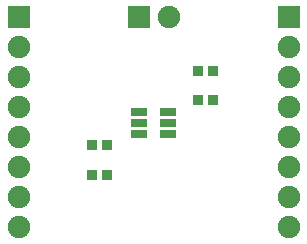
<source format=gts>
%TF.GenerationSoftware,Altium Limited,Altium Designer,23.2.1 (34)*%
G04 Layer_Color=8388736*
%FSLAX45Y45*%
%MOMM*%
%TF.SameCoordinates,1935415B-2679-425B-B15E-09B645F885D3*%
%TF.FilePolarity,Negative*%
%TF.FileFunction,Soldermask,Top*%
%TF.Part,Single*%
G01*
G75*
%TA.AperFunction,SMDPad,CuDef*%
%ADD24R,1.40320X0.80320*%
%ADD25R,0.96520X0.96520*%
%TA.AperFunction,ComponentPad*%
%ADD26C,1.90320*%
%ADD27R,1.90320X1.90320*%
%ADD28R,1.90320X1.90320*%
D24*
X1185640Y-974220D02*
D03*
Y-1069220D02*
D03*
Y-1164220D02*
D03*
X1435640D02*
D03*
Y-1069220D02*
D03*
Y-974220D02*
D03*
D25*
X788432Y-1508768D02*
D03*
X918432D02*
D03*
X788432Y-1257308D02*
D03*
X918432D02*
D03*
X1817592Y-632468D02*
D03*
X1687592D02*
D03*
X1817592Y-876308D02*
D03*
X1687592D02*
D03*
D26*
X2453640Y-1442720D02*
D03*
Y-1188720D02*
D03*
X1437640Y-175260D02*
D03*
X167640Y-1950720D02*
D03*
Y-1696720D02*
D03*
Y-426720D02*
D03*
Y-680720D02*
D03*
Y-934720D02*
D03*
Y-1188720D02*
D03*
Y-1442720D02*
D03*
X2453640Y-1950720D02*
D03*
Y-1696720D02*
D03*
Y-426720D02*
D03*
Y-680720D02*
D03*
Y-934720D02*
D03*
D27*
X1183640Y-175260D02*
D03*
D28*
X167640Y-172720D02*
D03*
X2453640D02*
D03*
%TF.MD5,f7aa3f87c20f577ea58b432f53a51c79*%
M02*

</source>
